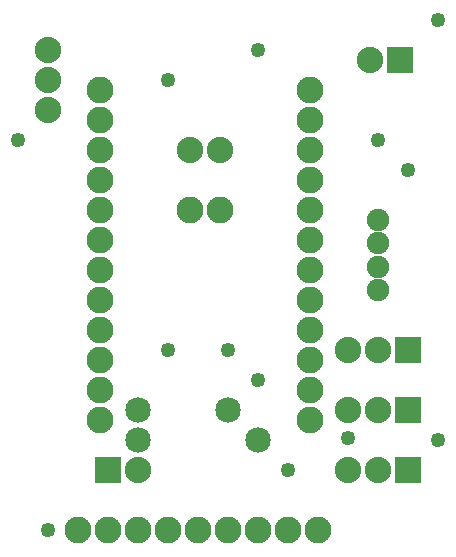
<source format=gts>
G04 MADE WITH FRITZING*
G04 WWW.FRITZING.ORG*
G04 DOUBLE SIDED*
G04 HOLES PLATED*
G04 CONTOUR ON CENTER OF CONTOUR VECTOR*
%ASAXBY*%
%FSLAX23Y23*%
%MOIN*%
%OFA0B0*%
%SFA1.0B1.0*%
%ADD10C,0.049370*%
%ADD11C,0.085000*%
%ADD12C,0.089370*%
%ADD13C,0.088000*%
%ADD14C,0.075000*%
%ADD15R,0.088000X0.088000*%
%LNMASK1*%
G90*
G70*
G54D10*
X144Y1530D03*
X244Y230D03*
X644Y830D03*
X944Y730D03*
X844Y830D03*
X1544Y530D03*
X1044Y430D03*
X1244Y538D03*
X944Y1830D03*
X1544Y1930D03*
X1344Y1530D03*
X1444Y1430D03*
G54D11*
X544Y630D03*
X844Y630D03*
X544Y630D03*
X844Y630D03*
G54D10*
X644Y1730D03*
G54D11*
X944Y530D03*
X544Y530D03*
X944Y530D03*
X544Y530D03*
G54D12*
X416Y1699D03*
X416Y1599D03*
X416Y1499D03*
X416Y1399D03*
X416Y1299D03*
X416Y1199D03*
X416Y1099D03*
X416Y999D03*
X416Y899D03*
X416Y799D03*
X416Y699D03*
X416Y599D03*
X1116Y1699D03*
X1116Y1599D03*
X1116Y1499D03*
X1116Y1399D03*
X1116Y1299D03*
X1116Y1199D03*
X1116Y1099D03*
X1116Y999D03*
X1116Y899D03*
X1116Y799D03*
X1116Y699D03*
X1116Y599D03*
G54D13*
X444Y430D03*
X544Y430D03*
X244Y1630D03*
X244Y1730D03*
X244Y1830D03*
G54D12*
X1144Y230D03*
X1044Y230D03*
X944Y230D03*
X844Y230D03*
X744Y230D03*
X644Y230D03*
X544Y230D03*
X444Y230D03*
X344Y230D03*
G54D13*
X1444Y430D03*
X1344Y430D03*
X1244Y430D03*
X1444Y630D03*
X1344Y630D03*
X1244Y630D03*
X1444Y830D03*
X1344Y830D03*
X1244Y830D03*
G54D14*
X1344Y1030D03*
X1344Y1108D03*
X1344Y1187D03*
X1344Y1266D03*
G54D13*
X716Y1499D03*
X816Y1499D03*
X716Y1499D03*
X816Y1499D03*
G54D12*
X716Y1299D03*
X816Y1299D03*
X716Y1299D03*
X816Y1299D03*
G54D13*
X1416Y1799D03*
X1316Y1799D03*
G54D15*
X444Y430D03*
X1444Y430D03*
X1444Y630D03*
X1444Y830D03*
X1416Y1799D03*
G04 End of Mask1*
M02*
</source>
